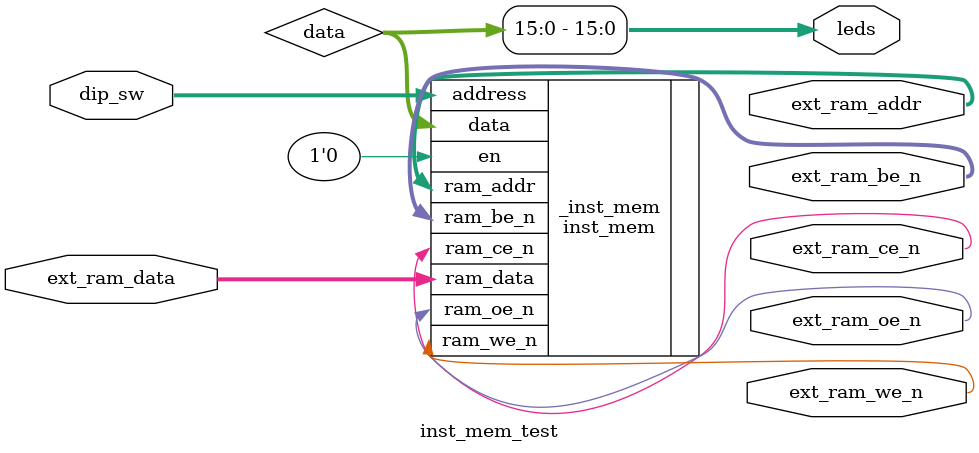
<source format=v>
`timescale 1ns / 1ps

module inst_mem_test(
    input  wire[31:0] dip_sw,
    output wire[15:0] leds,

    inout wire[31:0] ext_ram_data,  
    output wire[19:0] ext_ram_addr, 
    output wire[3:0] ext_ram_be_n,  
    output wire ext_ram_ce_n,       
    output wire ext_ram_oe_n,       
    output wire ext_ram_we_n       
);

wire[31:0] data;
assign leds = data[15:0];

inst_mem _inst_mem(
    .en(1'b0),
    .address(dip_sw),
    .data(data),
    .ram_data(ext_ram_data),  
    .ram_addr(ext_ram_addr), 
    .ram_be_n(ext_ram_be_n),  
    .ram_ce_n(ext_ram_ce_n),       
    .ram_oe_n(ext_ram_oe_n),       
    .ram_we_n(ext_ram_we_n)          
);

endmodule
</source>
